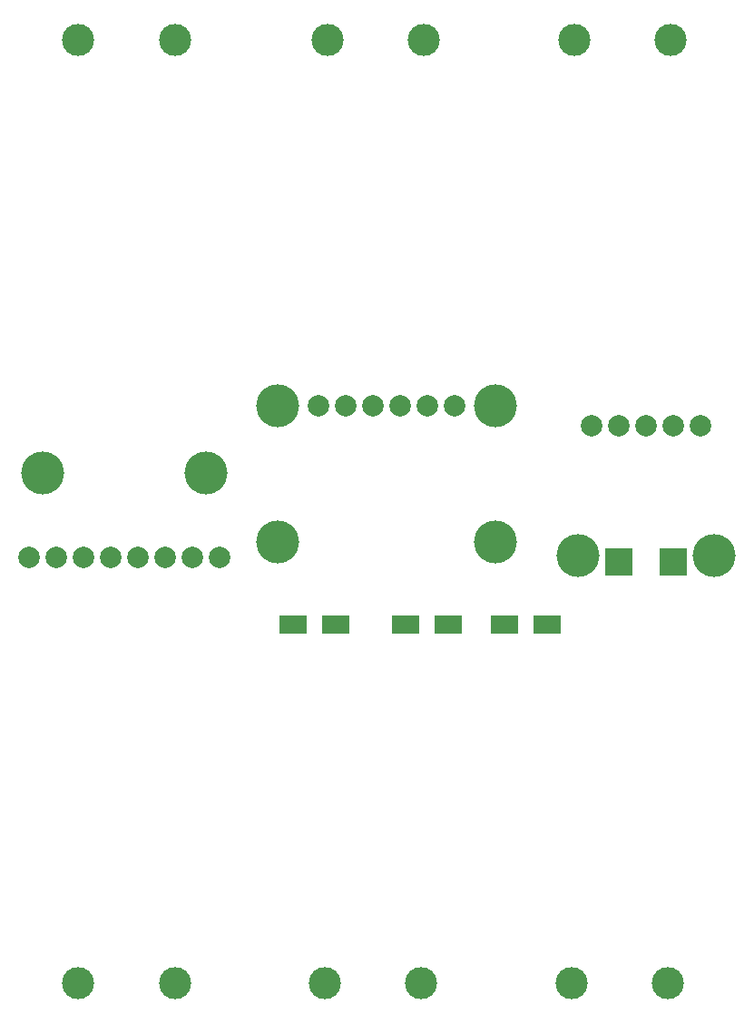
<source format=gbr>
%TF.GenerationSoftware,KiCad,Pcbnew,(5.1.10)-1*%
%TF.CreationDate,2022-05-08T17:12:19-07:00*%
%TF.ProjectId,solar-panel-side-XY,736f6c61-722d-4706-916e-656c2d736964,1.0*%
%TF.SameCoordinates,Original*%
%TF.FileFunction,Soldermask,Top*%
%TF.FilePolarity,Negative*%
%FSLAX46Y46*%
G04 Gerber Fmt 4.6, Leading zero omitted, Abs format (unit mm)*
G04 Created by KiCad (PCBNEW (5.1.10)-1) date 2022-05-08 17:12:19*
%MOMM*%
%LPD*%
G01*
G04 APERTURE LIST*
%ADD10C,4.000000*%
%ADD11C,2.000000*%
%ADD12R,2.500000X2.500000*%
%ADD13C,3.000000*%
%ADD14R,2.500000X1.700000*%
G04 APERTURE END LIST*
D10*
%TO.C,U3*%
X113630000Y-111126000D03*
X128870000Y-111126000D03*
D11*
X117440000Y-119000000D03*
X119980000Y-119000000D03*
X112360000Y-119000000D03*
X114900000Y-119000000D03*
X130140000Y-119000000D03*
X127600000Y-119000000D03*
X125060000Y-119000000D03*
X122520000Y-119000000D03*
%TD*%
D12*
%TO.C,U2*%
X167460000Y-119450000D03*
X172540000Y-119450000D03*
D10*
X163650000Y-118815000D03*
X176350000Y-118815000D03*
D11*
X175080000Y-106750000D03*
X172540000Y-106750000D03*
X164920000Y-106750000D03*
X167460000Y-106750000D03*
X170000000Y-106750000D03*
%TD*%
D10*
%TO.C,U1*%
X155910000Y-117600000D03*
X135590000Y-117600000D03*
X155910000Y-104900000D03*
D11*
X149560000Y-104900000D03*
X147020000Y-104900000D03*
X152100000Y-104900000D03*
X139400000Y-104900000D03*
X141940000Y-104900000D03*
X144480000Y-104900000D03*
D10*
X135590000Y-104900000D03*
%TD*%
D13*
%TO.C,SC6*%
X172250000Y-70750000D03*
X163250000Y-70750000D03*
%TD*%
%TO.C,SC5*%
X163000000Y-158750000D03*
X172000000Y-158750000D03*
%TD*%
%TO.C,SC4*%
X149250000Y-70750000D03*
X140250000Y-70750000D03*
%TD*%
%TO.C,SC3*%
X140000000Y-158750000D03*
X149000000Y-158750000D03*
%TD*%
%TO.C,SC2*%
X126000000Y-70750000D03*
X117000000Y-70750000D03*
%TD*%
%TO.C,SC1*%
X117000000Y-158750000D03*
X126000000Y-158750000D03*
%TD*%
D14*
%TO.C,D3*%
X160750000Y-125250000D03*
X156750000Y-125250000D03*
%TD*%
%TO.C,D2*%
X151500000Y-125250000D03*
X147500000Y-125250000D03*
%TD*%
%TO.C,D1*%
X141000000Y-125250000D03*
X137000000Y-125250000D03*
%TD*%
M02*

</source>
